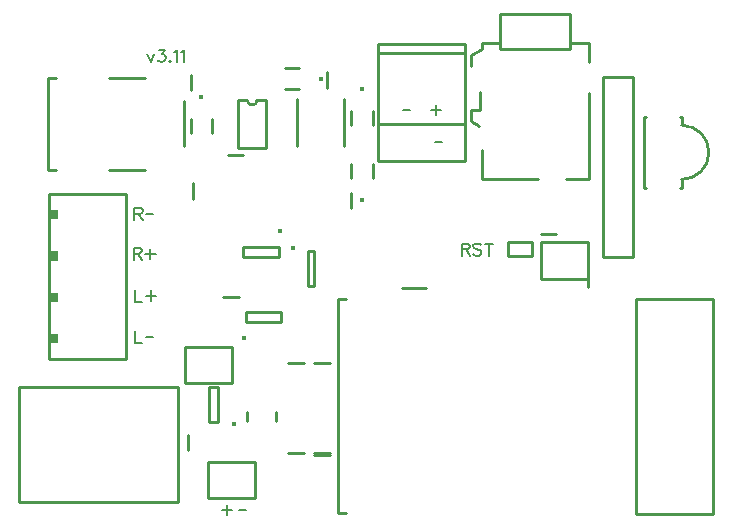
<source format=gbr>
G04 DipTrace 3.3.1.3*
G04 TopSilk.gbr*
%MOIN*%
G04 #@! TF.FileFunction,Legend,Top*
G04 #@! TF.Part,Single*
%ADD10C,0.009843*%
%ADD32C,0.015746*%
%ADD34C,0.015762*%
%ADD55C,0.015422*%
%ADD59C,0.015395*%
%ADD67C,0.015401*%
%ADD164C,0.006176*%
%FSLAX26Y26*%
G04*
G70*
G90*
G75*
G01*
G04 TopSilk*
%LPD*%
X3482303Y860257D2*
D10*
X3533445D1*
X3072814Y1769705D2*
Y1820846D1*
X3194902Y1553171D2*
X3246043D1*
X3525570Y1777579D2*
Y1828720D1*
X3604352Y1427146D2*
Y1376004D1*
X4395648Y1112224D2*
Y1163366D1*
X4289350Y1289349D2*
X4238209D1*
X3179154Y1080730D2*
X3230295D1*
X3482303Y561045D2*
X3533445D1*
X3395689Y860257D2*
X3446831D1*
X3061003Y568917D2*
Y620059D1*
X3533445Y553129D2*
X3482303D1*
X3395689Y561045D2*
X3446831D1*
X3076751Y1458642D2*
Y1407500D1*
X3141729Y1673221D2*
Y1625989D1*
X3070867Y1673221D2*
Y1625989D1*
D32*
X3106298Y1746056D3*
X3433064Y1771657D2*
D10*
X3385831D1*
X3433064Y1842519D2*
X3385831D1*
D34*
X3505898Y1807088D3*
X3677162Y1700780D2*
D10*
Y1653548D1*
X3606300Y1700780D2*
Y1653548D1*
D32*
X3641731Y1773615D3*
X3606302Y1476385D2*
D10*
Y1523618D1*
X3677165Y1476385D2*
Y1523618D1*
D32*
X3641734Y1403550D3*
X3775594Y1108268D2*
D10*
X3854327D1*
X2594478Y1503935D2*
Y1811026D1*
X2620096D1*
X2797245D2*
X2919313D1*
X3047264Y1732273D2*
Y1582687D1*
X2919313Y1503935D2*
X2797245D1*
X2620096D2*
X2594478D1*
X4336602Y2023622D2*
X4100406D1*
Y1905489D1*
X4336602D1*
Y2023622D1*
X4397622Y1925206D2*
X4334610D1*
X4397622Y1472446D2*
X4322831D1*
X4043327Y1905489D2*
Y1925206D1*
X4102354D1*
X4397622Y1862213D2*
Y1925206D1*
X4043327Y1905489D2*
X4003917Y1885828D1*
Y1850349D1*
X4031504Y1649618D2*
X4003917Y1665381D1*
Y1704758D1*
X4035445D1*
Y1763797D1*
X4043327Y1472446D2*
Y1570863D1*
X4397622Y1472446D2*
Y1759842D1*
X4228335Y1472446D2*
X4043327D1*
X4546065Y1813752D2*
X4446063D1*
Y1213807D1*
X4546065D1*
Y1813752D1*
X3694877Y1922442D2*
X3986220D1*
Y1532682D1*
X3694877D1*
Y1922442D1*
X2598436Y1423213D2*
Y872063D1*
X2854331Y872008D1*
Y1423213D1*
X2598436Y1423268D1*
G36*
X2626918Y1370071D2*
X2595407D1*
Y1338539D1*
X2626918D1*
Y1370071D1*
G37*
G36*
Y1232311D2*
X2595407D1*
Y1200779D1*
X2626918D1*
Y1232311D1*
G37*
G36*
Y1094551D2*
X2595407D1*
Y1062964D1*
X2626918D1*
Y1094551D1*
G37*
G36*
Y956737D2*
X2595407D1*
Y925204D1*
X2626918D1*
Y956737D1*
G37*
X3051181Y912011D2*
D10*
Y793894D1*
Y913976D2*
X3208661D1*
X3051181Y791929D2*
X3208661D1*
Y912011D2*
Y793894D1*
X4238780Y1259846D2*
Y1141729D1*
Y1261811D2*
X4396260D1*
X4238780Y1139764D2*
X4396260D1*
Y1259846D2*
Y1141729D1*
X3694882Y1891732D2*
X3986220D1*
Y1655512D1*
X3694882D1*
Y1891732D1*
X3127953Y528941D2*
Y410823D1*
Y530906D2*
X3285433D1*
X3127953Y408858D2*
X3285433D1*
Y528941D2*
Y410823D1*
X3582677Y1740157D2*
Y1582678D1*
X3425197Y1740157D2*
Y1582678D1*
X3257870Y696885D2*
Y665401D1*
X3356303Y696885D2*
Y665401D1*
D55*
X3410488Y1243447D3*
X3460630Y1234247D2*
D10*
Y1116142D1*
X3480315D1*
Y1234247D1*
X3460630D1*
X4129917Y1262165D2*
X4206689Y1262360D1*
X4129917Y1217914D2*
Y1262401D1*
Y1218109D2*
X4206689D1*
Y1217914D2*
Y1262401D1*
D59*
X3216594Y656350D3*
X3162528Y661613D2*
D10*
Y779720D1*
X3131038Y661613D2*
Y779720D1*
X3162528D2*
X3131038D1*
X3162528Y661613D2*
X3131038D1*
X3228346Y1735235D2*
X3259835D1*
X3228346D2*
Y1577757D1*
X3291346Y1735235D2*
X3322835D1*
X3228346Y1577757D2*
X3322835D1*
Y1735235D1*
X3259835D2*
G03X3291346Y1735235I15756J8D01*
G01*
D67*
X3248677Y944005D3*
X3253939Y998070D2*
D10*
X3372047D1*
X3253939Y1029561D2*
X3372047D1*
Y998070D2*
Y1029561D1*
X3253939Y998070D2*
Y1029561D1*
X2498031Y397237D2*
X3029528D1*
Y779117D1*
X2498031D1*
Y397237D1*
X4811800Y1073844D2*
X4555550D1*
Y355135D1*
X4811800D1*
Y1073844D1*
X3587176D2*
X3562176D1*
X3561801Y436337D1*
X3562176Y361341D2*
X3587176D1*
X3562176D2*
Y455105D1*
D67*
X3369433Y1300090D3*
X3364171Y1246024D2*
D10*
X3246063D1*
X3364171Y1214534D2*
X3246063D1*
Y1246024D2*
Y1214534D1*
X3364171Y1246024D2*
Y1214534D1*
X4707673Y1471552D2*
G03X4707673Y1652621I20J90535D01*
G01*
X4701762Y1443984D2*
X4707673D1*
Y1471552D1*
Y1652621D2*
Y1680189D1*
X4701762D1*
X4589575D2*
X4581693D1*
Y1443984D1*
X4589575D1*
X3887721Y1719603D2*
D164*
Y1685159D1*
X3870521Y1702358D2*
X3904965D1*
X3779970Y1702381D2*
X3802078D1*
X2886269Y1104484D2*
Y1064292D1*
X2909217D1*
X2938768Y1101588D2*
Y1067144D1*
X2921568Y1084344D2*
X2956012D1*
X2886269Y966844D2*
Y926652D1*
X2909217D1*
X2921568Y946726D2*
X2943676D1*
X2883207Y1357677D2*
X2900407D1*
X2906155Y1359623D1*
X2908101Y1361524D1*
X2910002Y1365327D1*
Y1369174D1*
X2908101Y1372976D1*
X2906155Y1374922D1*
X2900407Y1376823D1*
X2883207D1*
Y1336631D1*
X2896605Y1357677D2*
X2910002Y1336631D1*
X2922353Y1356705D2*
X2944461D1*
X2880147Y1224473D2*
X2897347D1*
X2903095Y1226418D1*
X2905040Y1228319D1*
X2906942Y1232122D1*
Y1235969D1*
X2905040Y1239771D1*
X2903095Y1241717D1*
X2897347Y1243618D1*
X2880147D1*
Y1203426D1*
X2893544Y1224473D2*
X2906942Y1203426D1*
X2936493Y1240722D2*
Y1206278D1*
X2919293Y1223478D2*
X2953737D1*
X3973647Y1238941D2*
X3990847D1*
X3996595Y1240887D1*
X3998540Y1242788D1*
X4000442Y1246591D1*
Y1250437D1*
X3998540Y1254240D1*
X3996595Y1256185D1*
X3990847Y1258087D1*
X3973647D1*
Y1217895D1*
X3987044Y1238941D2*
X4000442Y1217895D1*
X4039588Y1252339D2*
X4035785Y1256185D1*
X4030037Y1258087D1*
X4022388D1*
X4016640Y1256185D1*
X4012793Y1252339D1*
Y1248536D1*
X4014738Y1244689D1*
X4016640Y1242788D1*
X4020442Y1240887D1*
X4031938Y1237040D1*
X4035785Y1235139D1*
X4037686Y1233193D1*
X4039588Y1229391D1*
Y1223643D1*
X4035785Y1219840D1*
X4030037Y1217895D1*
X4022388D1*
X4016640Y1219840D1*
X4012793Y1223643D1*
X4065336Y1258087D2*
Y1217895D1*
X4051939Y1258087D2*
X4078734D1*
X2925487Y1890204D2*
X2936983Y1863409D1*
X2948435Y1890204D1*
X2964633Y1903557D2*
X2985635D1*
X2974183Y1888258D1*
X2979931D1*
X2983734Y1886357D1*
X2985635Y1884456D1*
X2987581Y1878708D1*
Y1874905D1*
X2985635Y1869157D1*
X2981833Y1865310D1*
X2976085Y1863409D1*
X2970337D1*
X2964633Y1865310D1*
X2962732Y1867256D1*
X2960786Y1871058D1*
X3001833Y1867256D2*
X2999932Y1865310D1*
X3001833Y1863409D1*
X3003779Y1865310D1*
X3001833Y1867256D1*
X3016130Y1895908D2*
X3019977Y1897853D1*
X3025725Y1903557D1*
Y1863409D1*
X3038077Y1895908D2*
X3041923Y1897853D1*
X3047671Y1903557D1*
Y1863409D1*
X3886269Y1596081D2*
X3908377D1*
X3232726Y368865D2*
X3254833D1*
X3190870Y386087D2*
Y351643D1*
X3173671Y368843D2*
X3208114D1*
M02*

</source>
